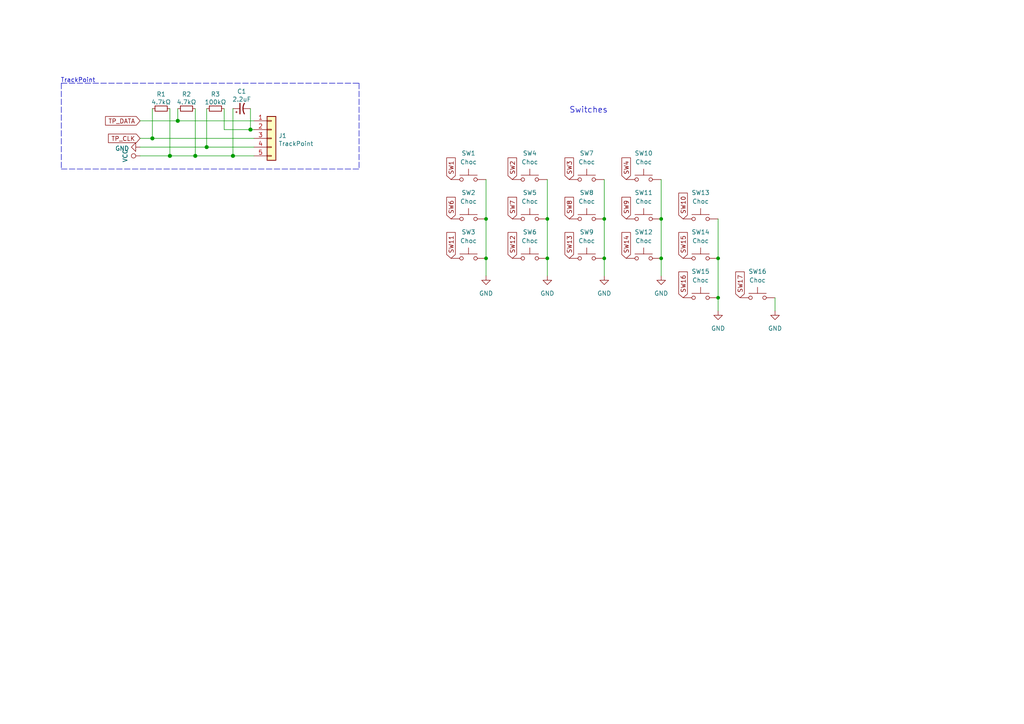
<source format=kicad_sch>
(kicad_sch (version 20211123) (generator eeschema)
  (paper "A4")
  (lib_symbols
    (symbol "Connector_Generic:Conn_01x05" (pin_names (offset 1.016) hide)
      (property "Reference" "J" (at 0 7.62 0))
      (property "Value" "Conn_01x05" (at 0 -7.62 0))
      (symbol "Conn_01x05_1_1"
        (rectangle (start -1.27 -4.953) (end 0 -5.207) (stroke (width 0.1524)))
        (rectangle (start -1.27 -2.413) (end 0 -2.667) (stroke (width 0.1524)))
        (rectangle (start -1.27 0.127) (end 0 -0.127) (stroke (width 0.1524)))
        (rectangle (start -1.27 2.667) (end 0 2.413) (stroke (width 0.1524)))
        (rectangle (start -1.27 5.207) (end 0 4.953) (stroke (width 0.1524)))
        (rectangle (start -1.27 6.35) (end 1.27 -6.35) (stroke (width 0.254)) (fill (type background)))
        (pin passive line (at -5.08 5.08 0) (length 3.81) (name "Pin_1") (number "1"))
        (pin passive line (at -5.08 2.54 0) (length 3.81) (name "Pin_2") (number "2"))
        (pin passive line (at -5.08 0 0) (length 3.81) (name "Pin_3") (number "3"))
        (pin passive line (at -5.08 -2.54 0) (length 3.81) (name "Pin_4") (number "4"))
        (pin passive line (at -5.08 -5.08 0) (length 3.81) (name "Pin_5") (number "5"))
      )
    )
    (symbol "Device:CP1_Small" (pin_numbers hide) (pin_names (offset 0.254) hide)
      (property "Reference" "C" (at 0.254 1.778 0))
      (property "Value" "CP1_Small" (at 0.254 -2.032 0))
      (symbol "CP1_Small_0_1"
        (polyline (pts (xy -1.524 0.508) (xy 1.524 0.508)) (stroke (width 0.3048)))
        (polyline (pts (xy -1.27 1.524) (xy -0.762 1.524)))
        (polyline (pts (xy -1.016 1.27) (xy -1.016 1.778)))
        (arc (start 1.524 -0.762) (mid 0 -0.3734) (end -1.524 -0.762) (stroke (width 0.3048)))
      )
      (symbol "CP1_Small_1_1"
        (pin passive line (at 0 2.54 270) (length 2.032) (name "~") (number "1"))
        (pin passive line (at 0 -2.54 90) (length 2.032) (name "~") (number "2"))
      )
    )
    (symbol "Device:R_Small" (pin_numbers hide) (pin_names (offset 0.254) hide)
      (property "Reference" "R" (at 0.762 0.508 0))
      (property "Value" "R_Small" (at 0.762 -1.016 0))
      (symbol "R_Small_0_1"
        (rectangle (start -0.762 1.778) (end 0.762 -1.778) (stroke (width 0.2032)))
      )
      (symbol "R_Small_1_1"
        (pin passive line (at 0 2.54 270) (length 0.762) (name "~") (number "1"))
        (pin passive line (at 0 -2.54 90) (length 0.762) (name "~") (number "2"))
      )
    )
    (symbol "Switch:SW_Push" (pin_numbers hide) (pin_names (offset 1.016) hide)
      (property "Reference" "SW" (at 1.27 2.54 0))
      (property "Value" "SW_Push" (at 0 -1.524 0))
      (symbol "SW_Push_0_1"
        (circle (center -2.032 0) (radius 0.508))
        (polyline (pts (xy 0 1.27) (xy 0 3.048)))
        (polyline (pts (xy 2.54 1.27) (xy -2.54 1.27)))
        (circle (center 2.032 0) (radius 0.508))
        (pin passive line (at -5.08 0 0) (length 2.54) (name "1") (number "1"))
        (pin passive line (at 5.08 0 180) (length 2.54) (name "2") (number "2"))
      )
    )
    (symbol "power:GND" (power) (pin_names (offset 0))
      (property "Value" "GND" (at 0 -3.81 0))
      (symbol "GND_0_1"
        (polyline (pts (xy 0 0) (xy 0 -1.27) (xy 1.27 -1.27) (xy 0 -2.54) (xy -1.27 -1.27) (xy 0 -1.27)))
      )
      (symbol "GND_1_1"
        (pin power_in line (at 0 0 270) (length 0) hide (name "GND") (number "1"))
      )
    )
    (symbol "power:VCC" (power) (pin_names (offset 0))
      (property "Value" "VCC" (at 0 3.81 0))
      (symbol "VCC_0_1"
        (polyline (pts (xy 0 0) (xy 0 1.27)))
        (circle (center 0 1.905) (radius 0.635))
      )
      (symbol "VCC_1_1"
        (pin power_in line (at 0 0 90) (length 0) hide (name "VCC") (number "1"))
      )
    )
  )
  (junction (at 175.26 74.93))
  (junction (at 67.564 45.212) (diameter 1.016))
  (junction (at 208.28 86.36))
  (junction (at 140.97 74.93))
  (junction (at 59.944 42.672) (diameter 1.016))
  (junction (at 175.26 63.5))
  (junction (at 140.97 63.5))
  (junction (at 51.562 35.052) (diameter 1.016))
  (junction (at 208.28 74.93))
  (junction (at 191.77 63.5))
  (junction (at 191.77 74.93))
  (junction (at 158.75 63.5))
  (junction (at 158.75 74.93))
  (junction (at 44.196 40.132) (diameter 1.016))
  (junction (at 56.642 45.212) (diameter 1.016))
  (junction (at 49.276 45.212) (diameter 1.016))
  (junction (at 72.644 37.592) (diameter 1.016))
  (wire (pts (xy 208.28 74.93) (xy 208.28 86.36)))
  (wire (pts (xy 175.26 63.5) (xy 175.26 74.93)))
  (wire (pts (xy 65.024 31.496) (xy 65.024 37.592)))
  (wire (pts (xy 208.28 86.36) (xy 208.28 90.17)))
  (wire (pts (xy 191.77 74.93) (xy 191.77 80.01)))
  (wire (pts (xy 191.77 52.07) (xy 191.77 63.5)))
  (wire (pts (xy 158.75 52.07) (xy 158.75 63.5)))
  (wire (pts (xy 49.276 31.496) (xy 49.276 45.212)))
  (wire (pts (xy 224.79 86.36) (xy 224.79 90.17)))
  (wire (pts (xy 191.77 63.5) (xy 191.77 74.93)))
  (wire (pts (xy 56.642 31.496) (xy 56.642 45.212)))
  (wire (pts (xy 44.196 31.496) (xy 44.196 40.132)))
  (wire (pts (xy 51.562 35.052) (xy 73.66 35.052)))
  (wire (pts (xy 65.024 37.592) (xy 72.644 37.592)))
  (wire (pts (xy 175.26 74.93) (xy 175.26 80.01)))
  (wire (pts (xy 158.75 63.5) (xy 158.75 74.93)))
  (polyline (pts (xy 17.78 24.13) (xy 104.14 24.13)) (stroke (width 0) (type dash)))
  (wire (pts (xy 175.26 52.07) (xy 175.26 63.5)))
  (wire (pts (xy 72.644 31.496) (xy 72.644 37.592)))
  (wire (pts (xy 59.944 42.672) (xy 73.66 42.672)))
  (wire (pts (xy 49.276 45.212) (xy 56.642 45.212)))
  (wire (pts (xy 72.644 37.592) (xy 73.66 37.592)))
  (wire (pts (xy 56.642 45.212) (xy 67.564 45.212)))
  (polyline (pts (xy 17.78 49.022) (xy 104.14 49.022)) (stroke (width 0) (type dash)))
  (polyline (pts (xy 17.78 24.13) (xy 17.78 49.022)) (stroke (width 0) (type dash)))
  (polyline (pts (xy 104.14 24.13) (xy 104.14 49.022)) (stroke (width 0) (type dash)))
  (wire (pts (xy 208.28 63.5) (xy 208.28 74.93)))
  (wire (pts (xy 40.64 40.132) (xy 44.196 40.132)))
  (wire (pts (xy 44.196 40.132) (xy 73.66 40.132)))
  (wire (pts (xy 40.64 35.052) (xy 51.562 35.052)))
  (wire (pts (xy 158.75 74.93) (xy 158.75 80.01)))
  (wire (pts (xy 140.97 52.07) (xy 140.97 63.5)))
  (wire (pts (xy 140.97 74.93) (xy 140.97 80.01)))
  (wire (pts (xy 67.564 31.496) (xy 67.564 45.212)))
  (wire (pts (xy 67.564 45.212) (xy 73.66 45.212)))
  (wire (pts (xy 40.64 45.212) (xy 49.276 45.212)))
  (wire (pts (xy 140.97 63.5) (xy 140.97 74.93)))
  (wire (pts (xy 59.944 31.496) (xy 59.944 42.672)))
  (wire (pts (xy 51.562 31.496) (xy 51.562 35.052)))
  (wire (pts (xy 40.64 42.672) (xy 59.944 42.672)))
  (text "TrackPoint" (at 27.686 24.13 180) (effects (font (size 1.27 1.27)) (justify right bottom)))
  (text "Switches" (at 165.1 33.02 0) (effects (font (size 1.7 1.7)) (justify left bottom)))
  (global_label "SW4" (shape input) (at 181.61 52.07 90) (property "Intersheet References" "${INTERSHEET_REFS}" (effects hide)))
  (global_label "SW17" (shape input) (at 214.63 86.36 90) (property "Intersheet References" "${INTERSHEET_REFS}" (effects hide)))
  (global_label "SW13" (shape input) (at 165.1 74.93 90) (property "Intersheet References" "${INTERSHEET_REFS}" (effects hide)))
  (global_label "TP_CLK" (shape input) (at 40.64 40.132 180) (property "Intersheet References" "${INTERSHEET_REFS}" (effects hide)))
  (global_label "SW8" (shape input) (at 165.1 63.5 90) (property "Intersheet References" "${INTERSHEET_REFS}" (effects hide)))
  (global_label "TP_DATA" (shape input) (at 40.64 35.052 180) (property "Intersheet References" "${INTERSHEET_REFS}" (effects hide)))
  (global_label "SW2" (shape input) (at 148.59 52.07 90) (property "Intersheet References" "${INTERSHEET_REFS}" (effects hide)))
  (global_label "SW11" (shape input) (at 130.81 74.93 90) (property "Intersheet References" "${INTERSHEET_REFS}" (effects hide)))
  (global_label "SW9" (shape input) (at 181.61 63.5 90) (property "Intersheet References" "${INTERSHEET_REFS}" (effects hide)))
  (global_label "SW14" (shape input) (at 181.61 74.93 90) (property "Intersheet References" "${INTERSHEET_REFS}" (effects hide)))
  (global_label "SW3" (shape input) (at 165.1 52.07 90) (property "Intersheet References" "${INTERSHEET_REFS}" (effects hide)))
  (global_label "SW15" (shape input) (at 198.12 74.93 90) (property "Intersheet References" "${INTERSHEET_REFS}" (effects hide)))
  (global_label "SW10" (shape input) (at 198.12 63.5 90) (property "Intersheet References" "${INTERSHEET_REFS}" (effects hide)))
  (global_label "SW7" (shape input) (at 148.59 63.5 90) (property "Intersheet References" "${INTERSHEET_REFS}" (effects hide)))
  (global_label "SW1" (shape input) (at 130.81 52.07 90) (property "Intersheet References" "${INTERSHEET_REFS}" (effects hide)))
  (global_label "SW6" (shape input) (at 130.81 63.5 90) (property "Intersheet References" "${INTERSHEET_REFS}" (effects hide)))
  (global_label "SW12" (shape input) (at 148.59 74.93 90) (property "Intersheet References" "${INTERSHEET_REFS}" (effects hide)))
  (global_label "SW16" (shape input) (at 198.12 86.36 90) (property "Intersheet References" "${INTERSHEET_REFS}" (effects hide)))
  (symbol (lib_id "Device:R_Small") (at 54.102 31.496 270) (unit 1)
    (property "Reference" "R2" (at 54.102 27.3262 90))
    (property "Value" "4.7kΩ" (at 54.102 29.6249 90))
    (property "Footprint" "foot:D_1206_handsolder_reversible" (effects hide))
  )
  (symbol (lib_id "Switch:SW_Push") (at 153.67 74.93 0) (unit 1)
    (property "Reference" "SW6" (at 153.67 67.31 0))
    (property "Value" "Choc" (at 153.67 69.85 0))
    (property "Footprint" "foot:SW_PG1350_reversible" (effects hide))
  )
  (symbol (lib_id "Switch:SW_Push") (at 203.2 74.93 0) (unit 1)
    (property "Reference" "SW14" (at 203.2 67.31 0))
    (property "Value" "Choc" (at 203.2 69.85 0))
    (property "Footprint" "foot:SW_PG1350_reversible" (effects hide))
  )
  (symbol (lib_id "Switch:SW_Push") (at 203.2 63.5 0) (unit 1)
    (property "Reference" "SW13" (at 203.2 55.88 0))
    (property "Value" "Choc" (at 203.2 58.42 0))
    (property "Footprint" "foot:SW_PG1350_reversible" (effects hide))
  )
  (symbol (lib_id "Switch:SW_Push") (at 170.18 52.07 0) (unit 1)
    (property "Reference" "SW7" (at 170.18 44.45 0))
    (property "Value" "Choc" (at 170.18 46.99 0))
    (property "Footprint" "foot:SW_PG1350_reversible" (effects hide))
  )
  (symbol (lib_id "Switch:SW_Push") (at 203.2 86.36 0) (unit 1)
    (property "Reference" "SW15" (at 203.2 78.74 0))
    (property "Value" "Choc" (at 203.2 81.28 0))
    (property "Footprint" "foot:SW_PG1350_reversible" (effects hide))
  )
  (symbol (lib_id "Device:R_Small") (at 46.736 31.496 270) (unit 1)
    (property "Reference" "R1" (at 46.736 27.3262 90))
    (property "Value" "4.7kΩ" (at 46.736 29.6249 90))
    (property "Footprint" "foot:D_1206_handsolder_reversible" (effects hide))
  )
  (symbol (lib_id "Switch:SW_Push") (at 153.67 63.5 0) (unit 1)
    (property "Reference" "SW5" (at 153.67 55.88 0))
    (property "Value" "Choc" (at 153.67 58.42 0))
    (property "Footprint" "foot:SW_PG1350_reversible" (effects hide))
  )
  (symbol (lib_id "Connector_Generic:Conn_01x05") (at 78.74 40.132 0) (unit 1)
    (property "Reference" "J1" (at 80.7721 39.3711 0) (effects (justify left)))
    (property "Value" "TrackPoint" (at 80.7721 41.6698 0) (effects (justify left)))
    (property "Footprint" "Connector_PinHeader_2.54mm:PinHeader_1x05_P2.54mm_Vertical" (effects hide))
  )
  (symbol (lib_id "power:GND") (at 140.97 80.01 0) (unit 1)
    (property "Reference" "#PWR0104" (effects hide))
    (property "Value" "GND" (at 140.97 85.09 0))
  )
  (symbol (lib_id "power:VCC") (at 40.64 45.212 90) (unit 1)
    (property "Reference" "#PWR0101" (effects hide))
    (property "Value" "VCC" (at 36.3156 45.212 0))
  )
  (symbol (lib_id "Device:R_Small") (at 62.484 31.496 270) (unit 1)
    (property "Reference" "R3" (at 62.484 27.3262 90))
    (property "Value" "100kΩ" (at 62.484 29.6249 90))
    (property "Footprint" "foot:D_1206_handsolder_reversible" (effects hide))
  )
  (symbol (lib_id "power:GND") (at 224.79 90.17 0) (unit 1)
    (property "Reference" "#PWR0106" (effects hide))
    (property "Value" "GND" (at 224.79 95.25 0))
  )
  (symbol (lib_id "Switch:SW_Push") (at 186.69 63.5 0) (unit 1)
    (property "Reference" "SW11" (at 186.69 55.88 0))
    (property "Value" "Choc" (at 186.69 58.42 0))
    (property "Footprint" "foot:SW_PG1350_reversible" (effects hide))
  )
  (symbol (lib_id "Switch:SW_Push") (at 186.69 52.07 0) (unit 1)
    (property "Reference" "SW10" (at 186.69 44.45 0))
    (property "Value" "Choc" (at 186.69 46.99 0))
    (property "Footprint" "foot:SW_PG1350_reversible" (effects hide))
  )
  (symbol (lib_id "Switch:SW_Push") (at 219.71 86.36 0) (unit 1)
    (property "Reference" "SW16" (at 219.71 78.74 0))
    (property "Value" "Choc" (at 219.71 81.28 0))
    (property "Footprint" "foot:SW_PG1350_reversible" (effects hide))
  )
  (symbol (lib_id "Switch:SW_Push") (at 153.67 52.07 0) (unit 1)
    (property "Reference" "SW4" (at 153.67 44.45 0))
    (property "Value" "Choc" (at 153.67 46.99 0))
    (property "Footprint" "foot:SW_PG1350_reversible" (effects hide))
  )
  (symbol (lib_id "Switch:SW_Push") (at 170.18 63.5 0) (unit 1)
    (property "Reference" "SW8" (at 170.18 55.88 0))
    (property "Value" "Choc" (at 170.18 58.42 0))
    (property "Footprint" "foot:SW_PG1350_reversible" (effects hide))
  )
  (symbol (lib_id "Switch:SW_Push") (at 135.89 63.5 0) (unit 1)
    (property "Reference" "SW2" (at 135.89 55.88 0))
    (property "Value" "Choc" (at 135.89 58.42 0))
    (property "Footprint" "foot:SW_PG1350_reversible" (effects hide))
  )
  (symbol (lib_id "Switch:SW_Push") (at 170.18 74.93 0) (unit 1)
    (property "Reference" "SW9" (at 170.18 67.31 0))
    (property "Value" "Choc" (at 170.18 69.85 0))
    (property "Footprint" "foot:SW_PG1350_reversible" (effects hide))
  )
  (symbol (lib_id "power:GND") (at 208.28 90.17 0) (unit 1)
    (property "Reference" "#PWR0107" (effects hide))
    (property "Value" "GND" (at 208.28 95.25 0))
  )
  (symbol (lib_id "Switch:SW_Push") (at 186.69 74.93 0) (unit 1)
    (property "Reference" "SW12" (at 186.69 67.31 0))
    (property "Value" "Choc" (at 186.69 69.85 0))
    (property "Footprint" "foot:SW_PG1350_reversible" (effects hide))
  )
  (symbol (lib_id "Switch:SW_Push") (at 135.89 74.93 0) (unit 1)
    (property "Reference" "SW3" (at 135.89 67.31 0))
    (property "Value" "Choc" (at 135.89 69.85 0))
    (property "Footprint" "foot:SW_PG1350_reversible" (effects hide))
  )
  (symbol (lib_id "power:GND") (at 40.64 42.672 270) (unit 1)
    (property "Reference" "#PWR0102" (effects hide))
    (property "Value" "GND" (at 37.465 43.0605 90) (effects (justify right)))
  )
  (symbol (lib_id "power:GND") (at 158.75 80.01 0) (unit 1)
    (property "Reference" "#PWR0103" (effects hide))
    (property "Value" "GND" (at 158.75 85.09 0))
  )
  (symbol (lib_id "power:GND") (at 191.77 80.01 0) (unit 1)
    (property "Reference" "#PWR0108" (effects hide))
    (property "Value" "GND" (at 191.77 85.09 0))
  )
  (symbol (lib_id "Device:CP1_Small") (at 70.104 31.496 90) (unit 1)
    (property "Reference" "C1" (at 70.104 26.5134 90))
    (property "Value" "2.2uF" (at 70.104 28.8121 90))
    (property "Footprint" "foot:C_THT_SMD_0805_HandSolder_Reversable" (effects hide))
  )
  (symbol (lib_id "power:GND") (at 175.26 80.01 0) (unit 1)
    (property "Reference" "#PWR0105" (effects hide))
    (property "Value" "GND" (at 175.26 85.09 0))
  )
  (symbol (lib_id "Switch:SW_Push") (at 135.89 52.07 0) (unit 1)
    (property "Reference" "SW1" (at 135.89 44.45 0))
    (property "Value" "Choc" (at 135.89 46.99 0))
    (property "Footprint" "foot:SW_PG1350_reversible" (effects hide))
  )
)
</source>
